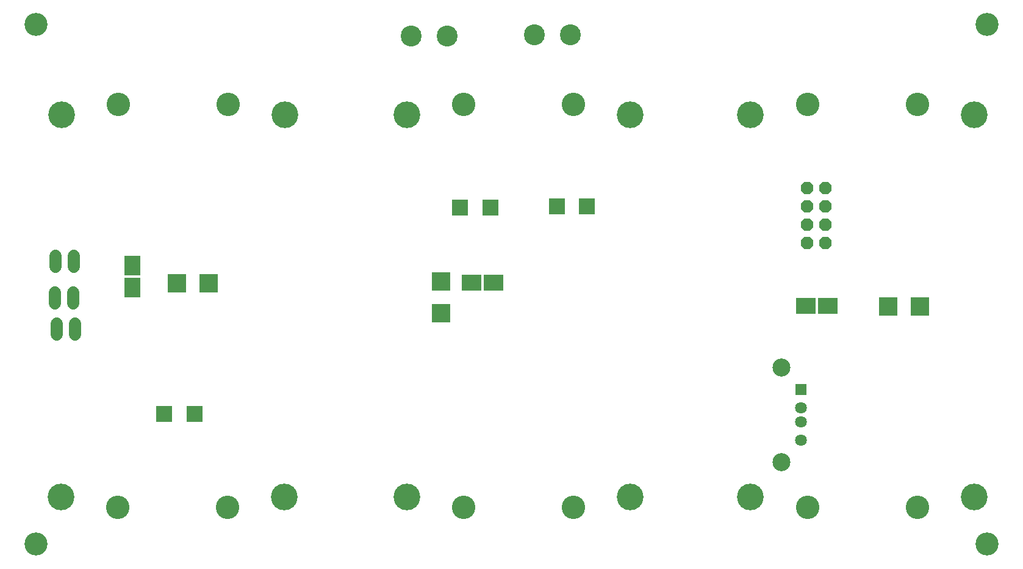
<source format=gbr>
G04 EAGLE Gerber RS-274X export*
G75*
%MOIN*%
%FSLAX34Y34*%
%LPD*%
%INSoldermask Top*%
%IPPOS*%
%AMOC8*
5,1,8,0,0,1.08239X$1,22.5*%
G01*
%ADD10C,0.126110*%
%ADD11C,0.128000*%
%ADD12C,0.145795*%
%ADD13R,0.090677X0.090677*%
%ADD14R,0.102488X0.102488*%
%ADD15R,0.086740X0.106425*%
%ADD16R,0.106425X0.086740*%
%ADD17R,0.064220X0.064220*%
%ADD18C,0.064220*%
%ADD19C,0.098551*%
%ADD20C,0.068000*%
%ADD21P,0.073603X8X112.500000*%
%ADD22C,0.114299*%


D10*
X1575Y29921D03*
X1575Y1575D03*
X53543Y29921D03*
X53543Y1575D03*
D11*
X6036Y3572D03*
X12036Y3562D03*
X6074Y25572D03*
X12074Y25562D03*
D12*
X2935Y4145D03*
X2971Y25011D03*
X15176Y24989D03*
X15139Y4123D03*
D11*
X24953Y3567D03*
X30953Y3567D03*
X24953Y25567D03*
X30953Y25567D03*
D12*
X21850Y4134D03*
X21850Y25000D03*
X34055Y25000D03*
X34055Y4134D03*
D11*
X43732Y3567D03*
X49732Y3567D03*
X43732Y25567D03*
X49732Y25567D03*
D12*
X40630Y4134D03*
X40630Y25000D03*
X52835Y25000D03*
X52835Y4134D03*
D13*
X10236Y8685D03*
X8583Y8685D03*
X24748Y19921D03*
X26402Y19921D03*
D14*
X11003Y15793D03*
X9271Y15793D03*
X49890Y14542D03*
X48158Y14542D03*
D15*
X6851Y16773D03*
X6851Y15573D03*
D16*
X43634Y14587D03*
X44834Y14587D03*
D17*
X43390Y10000D03*
D18*
X43390Y9016D03*
X43390Y8228D03*
X43390Y7244D03*
D19*
X42323Y11209D03*
X42323Y6035D03*
D20*
X2610Y14700D02*
X2610Y15300D01*
X3610Y15300D02*
X3610Y14700D01*
X2728Y13607D02*
X2728Y13007D01*
X3728Y13007D02*
X3728Y13607D01*
X2650Y16708D02*
X2650Y17308D01*
X3650Y17308D02*
X3650Y16708D01*
D21*
X44713Y17988D03*
X43713Y17988D03*
X44713Y18988D03*
X43713Y18988D03*
X44713Y19988D03*
X43713Y19988D03*
X44713Y20988D03*
X43713Y20988D03*
D22*
X22087Y29291D03*
X24055Y29291D03*
X28819Y29370D03*
X30787Y29370D03*
D13*
X31693Y20000D03*
X30039Y20000D03*
D14*
X23701Y14173D03*
X23701Y15906D03*
D16*
X26584Y15827D03*
X25384Y15827D03*
M02*

</source>
